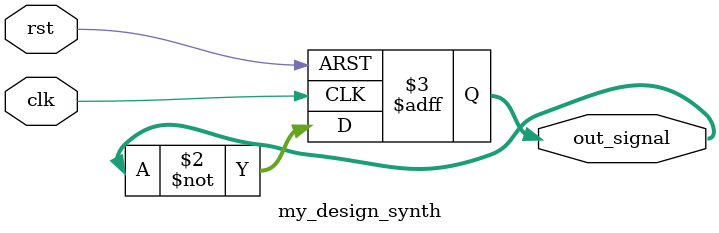
<source format=v>
module my_design_synth (
    input wire clk,
    input wire rst,
    output reg [7:0] out_signal
);

always @(posedge clk or posedge rst) begin
    if (rst)
        out_signal <= 8'b10101010; // Start with alternate bits
    else
        out_signal <= ~out_signal; // Toggle bits every cycle
end

endmodule

</source>
